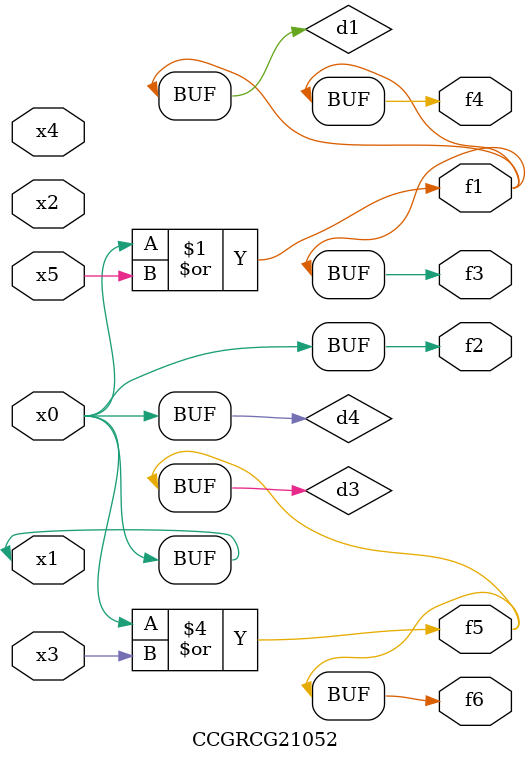
<source format=v>
module CCGRCG21052(
	input x0, x1, x2, x3, x4, x5,
	output f1, f2, f3, f4, f5, f6
);

	wire d1, d2, d3, d4;

	or (d1, x0, x5);
	xnor (d2, x1, x4);
	or (d3, x0, x3);
	buf (d4, x0, x1);
	assign f1 = d1;
	assign f2 = d4;
	assign f3 = d1;
	assign f4 = d1;
	assign f5 = d3;
	assign f6 = d3;
endmodule

</source>
